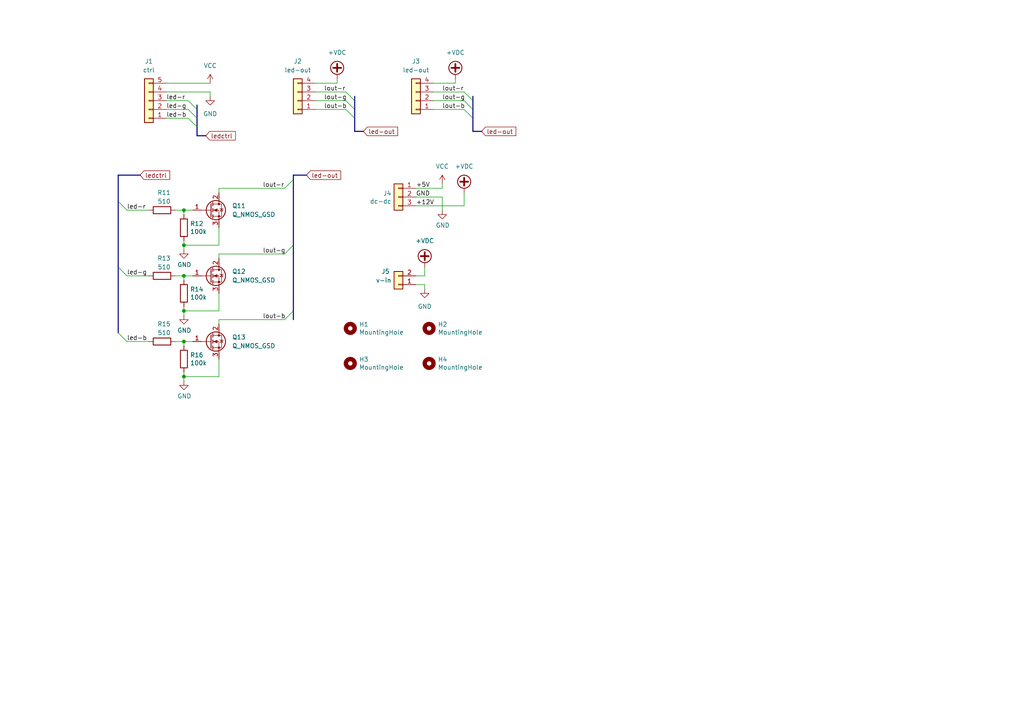
<source format=kicad_sch>
(kicad_sch (version 20230121) (generator eeschema)
  (paper "A4")
  (lib_symbols
    (symbol "Connector_Generic:Conn_01x02" (pin_names (offset 1.016) hide)
      (property "Reference" "J" (at 0 2.54 0))
      (property "Value" "Conn_01x02" (at 0 -5.08 0))
      (symbol "Conn_01x02_1_1"
        (rectangle (start -1.27 -2.413) (end 0 -2.667) (stroke (width 0.1524)))
        (rectangle (start -1.27 0.127) (end 0 -0.127) (stroke (width 0.1524)))
        (rectangle (start -1.27 1.27) (end 1.27 -3.81) (stroke (width 0.254)) (fill (type background)))
        (pin passive line (at -5.08 0 0) (length 3.81) (name "Pin_1") (number "1"))
        (pin passive line (at -5.08 -2.54 0) (length 3.81) (name "Pin_2") (number "2"))
      )
    )
    (symbol "Connector_Generic:Conn_01x03" (pin_names (offset 1.016) hide)
      (property "Reference" "J" (at 0 5.08 0))
      (property "Value" "Conn_01x03" (at 0 -5.08 0))
      (symbol "Conn_01x03_1_1"
        (rectangle (start -1.27 -2.413) (end 0 -2.667) (stroke (width 0.1524)))
        (rectangle (start -1.27 0.127) (end 0 -0.127) (stroke (width 0.1524)))
        (rectangle (start -1.27 2.667) (end 0 2.413) (stroke (width 0.1524)))
        (rectangle (start -1.27 3.81) (end 1.27 -3.81) (stroke (width 0.254)) (fill (type background)))
        (pin passive line (at -5.08 2.54 0) (length 3.81) (name "Pin_1") (number "1"))
        (pin passive line (at -5.08 0 0) (length 3.81) (name "Pin_2") (number "2"))
        (pin passive line (at -5.08 -2.54 0) (length 3.81) (name "Pin_3") (number "3"))
      )
    )
    (symbol "Connector_Generic:Conn_01x04" (pin_names (offset 1.016) hide)
      (property "Reference" "J" (at 0 5.08 0))
      (property "Value" "Conn_01x04" (at 0 -7.62 0))
      (symbol "Conn_01x04_1_1"
        (rectangle (start -1.27 -4.953) (end 0 -5.207) (stroke (width 0.1524)))
        (rectangle (start -1.27 -2.413) (end 0 -2.667) (stroke (width 0.1524)))
        (rectangle (start -1.27 0.127) (end 0 -0.127) (stroke (width 0.1524)))
        (rectangle (start -1.27 2.667) (end 0 2.413) (stroke (width 0.1524)))
        (rectangle (start -1.27 3.81) (end 1.27 -6.35) (stroke (width 0.254)) (fill (type background)))
        (pin passive line (at -5.08 2.54 0) (length 3.81) (name "Pin_1") (number "1"))
        (pin passive line (at -5.08 0 0) (length 3.81) (name "Pin_2") (number "2"))
        (pin passive line (at -5.08 -2.54 0) (length 3.81) (name "Pin_3") (number "3"))
        (pin passive line (at -5.08 -5.08 0) (length 3.81) (name "Pin_4") (number "4"))
      )
    )
    (symbol "Connector_Generic:Conn_01x05" (pin_names (offset 1.016) hide)
      (property "Reference" "J" (at 0 7.62 0))
      (property "Value" "Conn_01x05" (at 0 -7.62 0))
      (symbol "Conn_01x05_1_1"
        (rectangle (start -1.27 -4.953) (end 0 -5.207) (stroke (width 0.1524)))
        (rectangle (start -1.27 -2.413) (end 0 -2.667) (stroke (width 0.1524)))
        (rectangle (start -1.27 0.127) (end 0 -0.127) (stroke (width 0.1524)))
        (rectangle (start -1.27 2.667) (end 0 2.413) (stroke (width 0.1524)))
        (rectangle (start -1.27 5.207) (end 0 4.953) (stroke (width 0.1524)))
        (rectangle (start -1.27 6.35) (end 1.27 -6.35) (stroke (width 0.254)) (fill (type background)))
        (pin passive line (at -5.08 5.08 0) (length 3.81) (name "Pin_1") (number "1"))
        (pin passive line (at -5.08 2.54 0) (length 3.81) (name "Pin_2") (number "2"))
        (pin passive line (at -5.08 0 0) (length 3.81) (name "Pin_3") (number "3"))
        (pin passive line (at -5.08 -2.54 0) (length 3.81) (name "Pin_4") (number "4"))
        (pin passive line (at -5.08 -5.08 0) (length 3.81) (name "Pin_5") (number "5"))
      )
    )
    (symbol "Device:Q_NMOS_GDS" (pin_names (offset 0) hide)
      (property "Reference" "Q" (at 5.08 1.27 0))
      (property "Value" "Q_NMOS_GDS" (at 5.08 -1.27 0))
      (symbol "Q_NMOS_GDS_0_1"
        (polyline (pts (xy 0.254 0) (xy -2.54 0)))
        (polyline (pts (xy 0.254 1.905) (xy 0.254 -1.905)) (stroke (width 0.254)))
        (polyline (pts (xy 0.762 -1.27) (xy 0.762 -2.286)) (stroke (width 0.254)))
        (polyline (pts (xy 0.762 0.508) (xy 0.762 -0.508)) (stroke (width 0.254)))
        (polyline (pts (xy 0.762 2.286) (xy 0.762 1.27)) (stroke (width 0.254)))
        (polyline (pts (xy 2.54 2.54) (xy 2.54 1.778)))
        (polyline (pts (xy 2.54 -2.54) (xy 2.54 0) (xy 0.762 0)))
        (polyline (pts (xy 0.762 -1.778) (xy 3.302 -1.778) (xy 3.302 1.778) (xy 0.762 1.778)))
        (polyline (pts (xy 1.016 0) (xy 2.032 0.381) (xy 2.032 -0.381) (xy 1.016 0)) (fill (type outline)))
        (polyline (pts (xy 2.794 0.508) (xy 2.921 0.381) (xy 3.683 0.381) (xy 3.81 0.254)))
        (polyline (pts (xy 3.302 0.381) (xy 2.921 -0.254) (xy 3.683 -0.254) (xy 3.302 0.381)))
        (circle (center 1.651 0) (radius 2.794) (stroke (width 0.254)))
        (circle (center 2.54 -1.778) (radius 0.254) (fill (type outline)))
        (circle (center 2.54 1.778) (radius 0.254) (fill (type outline)))
      )
      (symbol "Q_NMOS_GDS_1_1"
        (pin input line (at -5.08 0 0) (length 2.54) (name "G") (number "1"))
        (pin passive line (at 2.54 5.08 270) (length 2.54) (name "D") (number "2"))
        (pin passive line (at 2.54 -5.08 90) (length 2.54) (name "S") (number "3"))
      )
    )
    (symbol "Device:R" (pin_numbers hide) (pin_names (offset 0))
      (property "Reference" "R" (at 2.032 0 90))
      (property "Value" "R" (at 0 0 90))
      (symbol "R_0_1"
        (rectangle (start -1.016 -2.54) (end 1.016 2.54) (stroke (width 0.254)))
      )
      (symbol "R_1_1"
        (pin passive line (at 0 3.81 270) (length 1.27) (name "~") (number "1"))
        (pin passive line (at 0 -3.81 90) (length 1.27) (name "~") (number "2"))
      )
    )
    (symbol "Mechanical:MountingHole" (pin_names (offset 1.016))
      (property "Reference" "H" (at 0 5.08 0))
      (property "Value" "MountingHole" (at 0 3.175 0))
      (symbol "MountingHole_0_1"
        (circle (center 0 0) (radius 1.27) (stroke (width 1.27)))
      )
    )
    (symbol "power:+VDC" (power) (pin_names (offset 0))
      (property "Value" "+VDC" (at 0 6.35 0))
      (symbol "+VDC_0_1"
        (polyline (pts (xy -1.143 3.175) (xy 1.143 3.175)) (stroke (width 0.508)))
        (polyline (pts (xy 0 0) (xy 0 1.27)))
        (polyline (pts (xy 0 2.032) (xy 0 4.318)) (stroke (width 0.508)))
        (circle (center 0 3.175) (radius 1.905) (stroke (width 0.254)))
      )
      (symbol "+VDC_1_1"
        (pin power_in line (at 0 0 90) (length 0) hide (name "+VDC") (number "1"))
      )
    )
    (symbol "power:GND" (power) (pin_names (offset 0))
      (property "Value" "GND" (at 0 -3.81 0))
      (symbol "GND_0_1"
        (polyline (pts (xy 0 0) (xy 0 -1.27) (xy 1.27 -1.27) (xy 0 -2.54) (xy -1.27 -1.27) (xy 0 -1.27)))
      )
      (symbol "GND_1_1"
        (pin power_in line (at 0 0 270) (length 0) hide (name "GND") (number "1"))
      )
    )
    (symbol "power:VCC" (power) (pin_names (offset 0))
      (property "Value" "VCC" (at 0 3.81 0))
      (symbol "VCC_0_1"
        (polyline (pts (xy -0.762 1.27) (xy 0 2.54)))
        (polyline (pts (xy 0 0) (xy 0 2.54)))
        (polyline (pts (xy 0 2.54) (xy 0.762 1.27)))
      )
      (symbol "VCC_1_1"
        (pin power_in line (at 0 0 90) (length 0) hide (name "VCC") (number "1"))
      )
    )
  )
  (junction (at 53.34 80.01))
  (junction (at 53.34 90.17))
  (junction (at 53.34 60.96))
  (junction (at 53.34 71.12))
  (junction (at 53.34 99.06))
  (junction (at 53.34 109.22))
  (bus_entry (at 34.29 58.42) (size 2.54 2.54))
  (bus_entry (at 54.61 29.21) (size 2.54 2.54))
  (bus_entry (at 100.33 31.75) (size 2.54 2.54))
  (bus_entry (at 82.55 73.66) (size 2.54 -2.54))
  (bus_entry (at 34.29 77.47) (size 2.54 2.54))
  (bus_entry (at 100.33 29.21) (size 2.54 2.54))
  (bus_entry (at 82.55 92.71) (size 2.54 -2.54))
  (bus_entry (at 134.62 31.75) (size 2.54 2.54))
  (bus_entry (at 134.62 29.21) (size 2.54 2.54))
  (bus_entry (at 34.29 96.52) (size 2.54 2.54))
  (bus_entry (at 134.62 26.67) (size 2.54 2.54))
  (bus_entry (at 82.55 54.61) (size 2.54 -2.54))
  (bus_entry (at 54.61 34.29) (size 2.54 2.54))
  (bus_entry (at 54.61 31.75) (size 2.54 2.54))
  (bus_entry (at 100.33 26.67) (size 2.54 2.54))
  (bus (pts (xy 85.09 92.71) (xy 85.09 90.17)))
  (wire (pts (xy 50.8 60.96) (xy 53.34 60.96)))
  (wire (pts (xy 63.5 54.61) (xy 63.5 55.88)))
  (bus (pts (xy 137.16 27.94) (xy 137.16 29.21)))
  (wire (pts (xy 132.08 24.13) (xy 132.08 22.86)))
  (wire (pts (xy 63.5 92.71) (xy 82.55 92.71)))
  (bus (pts (xy 137.16 38.1) (xy 139.7 38.1)))
  (wire (pts (xy 48.26 34.29) (xy 54.61 34.29)))
  (wire (pts (xy 53.34 69.85) (xy 53.34 71.12)))
  (bus (pts (xy 85.09 50.8) (xy 88.9 50.8)))
  (wire (pts (xy 125.73 29.21) (xy 134.62 29.21)))
  (wire (pts (xy 120.65 82.55) (xy 123.19 82.55)))
  (wire (pts (xy 53.34 107.95) (xy 53.34 109.22)))
  (bus (pts (xy 102.87 38.1) (xy 105.41 38.1)))
  (bus (pts (xy 102.87 29.21) (xy 102.87 31.75)))
  (wire (pts (xy 36.83 80.01) (xy 43.18 80.01)))
  (wire (pts (xy 125.73 31.75) (xy 134.62 31.75)))
  (wire (pts (xy 63.5 92.71) (xy 63.5 93.98)))
  (bus (pts (xy 57.15 36.83) (xy 57.15 39.37)))
  (wire (pts (xy 50.8 80.01) (xy 53.34 80.01)))
  (bus (pts (xy 57.15 31.75) (xy 57.15 34.29)))
  (wire (pts (xy 48.26 31.75) (xy 54.61 31.75)))
  (wire (pts (xy 53.34 60.96) (xy 55.88 60.96)))
  (bus (pts (xy 102.87 31.75) (xy 102.87 34.29)))
  (wire (pts (xy 53.34 88.9) (xy 53.34 90.17)))
  (bus (pts (xy 34.29 58.42) (xy 34.29 77.47)))
  (bus (pts (xy 85.09 52.07) (xy 85.09 50.8)))
  (wire (pts (xy 53.34 80.01) (xy 53.34 81.28)))
  (wire (pts (xy 53.34 109.22) (xy 53.34 110.49)))
  (wire (pts (xy 120.65 80.01) (xy 123.19 80.01)))
  (bus (pts (xy 102.87 27.94) (xy 102.87 29.21)))
  (wire (pts (xy 63.5 104.14) (xy 63.5 109.22)))
  (wire (pts (xy 63.5 73.66) (xy 63.5 74.93)))
  (wire (pts (xy 48.26 26.67) (xy 60.96 26.67)))
  (wire (pts (xy 125.73 26.67) (xy 134.62 26.67)))
  (bus (pts (xy 40.64 50.8) (xy 34.29 50.8)))
  (wire (pts (xy 63.5 85.09) (xy 63.5 90.17)))
  (wire (pts (xy 53.34 71.12) (xy 63.5 71.12)))
  (wire (pts (xy 53.34 109.22) (xy 63.5 109.22)))
  (wire (pts (xy 123.19 80.01) (xy 123.19 77.47)))
  (wire (pts (xy 63.5 73.66) (xy 82.55 73.66)))
  (wire (pts (xy 60.96 26.67) (xy 60.96 27.94)))
  (wire (pts (xy 134.62 59.69) (xy 134.62 55.88)))
  (bus (pts (xy 34.29 77.47) (xy 34.29 96.52)))
  (wire (pts (xy 53.34 90.17) (xy 63.5 90.17)))
  (wire (pts (xy 53.34 99.06) (xy 55.88 99.06)))
  (bus (pts (xy 85.09 90.17) (xy 85.09 71.12)))
  (bus (pts (xy 57.15 30.48) (xy 57.15 31.75)))
  (wire (pts (xy 120.65 59.69) (xy 134.62 59.69)))
  (wire (pts (xy 63.5 54.61) (xy 82.55 54.61)))
  (wire (pts (xy 128.27 54.61) (xy 128.27 53.34)))
  (wire (pts (xy 123.19 82.55) (xy 123.19 83.82)))
  (bus (pts (xy 57.15 34.29) (xy 57.15 36.83)))
  (wire (pts (xy 128.27 57.15) (xy 128.27 60.96)))
  (wire (pts (xy 91.44 31.75) (xy 100.33 31.75)))
  (wire (pts (xy 53.34 71.12) (xy 53.34 72.39)))
  (wire (pts (xy 91.44 29.21) (xy 100.33 29.21)))
  (wire (pts (xy 63.5 66.04) (xy 63.5 71.12)))
  (wire (pts (xy 91.44 24.13) (xy 97.79 24.13)))
  (wire (pts (xy 36.83 60.96) (xy 43.18 60.96)))
  (wire (pts (xy 125.73 24.13) (xy 132.08 24.13)))
  (wire (pts (xy 97.79 24.13) (xy 97.79 22.86)))
  (wire (pts (xy 91.44 26.67) (xy 100.33 26.67)))
  (wire (pts (xy 48.26 24.13) (xy 60.96 24.13)))
  (bus (pts (xy 85.09 71.12) (xy 85.09 52.07)))
  (bus (pts (xy 34.29 50.8) (xy 34.29 58.42)))
  (wire (pts (xy 53.34 80.01) (xy 55.88 80.01)))
  (wire (pts (xy 53.34 99.06) (xy 53.34 100.33)))
  (wire (pts (xy 120.65 54.61) (xy 128.27 54.61)))
  (wire (pts (xy 120.65 57.15) (xy 128.27 57.15)))
  (wire (pts (xy 36.83 99.06) (xy 43.18 99.06)))
  (wire (pts (xy 48.26 29.21) (xy 54.61 29.21)))
  (wire (pts (xy 53.34 60.96) (xy 53.34 62.23)))
  (wire (pts (xy 53.34 90.17) (xy 53.34 91.44)))
  (wire (pts (xy 50.8 99.06) (xy 53.34 99.06)))
  (bus (pts (xy 137.16 29.21) (xy 137.16 31.75)))
  (bus (pts (xy 137.16 34.29) (xy 137.16 38.1)))
  (bus (pts (xy 137.16 31.75) (xy 137.16 34.29)))
  (bus (pts (xy 102.87 34.29) (xy 102.87 38.1)))
  (bus (pts (xy 57.15 39.37) (xy 59.69 39.37)))
  (label "led-b" (at 36.83 99.06 0))
  (label "lout-r" (at 93.98 26.67 0))
  (label "led-b" (at 48.26 34.29 0))
  (label "lout-b" (at 93.98 31.75 0))
  (label "lout-r" (at 76.2 54.61 0))
  (label "+5V" (at 120.65 54.61 0))
  (label "lout-b" (at 128.27 31.75 0))
  (label "GND" (at 120.65 57.15 0))
  (label "lout-b" (at 76.2 92.71 0))
  (label "+12V" (at 120.65 59.69 0))
  (label "lout-g" (at 128.27 29.21 0))
  (label "lout-g" (at 93.98 29.21 0))
  (label "led-r" (at 48.26 29.21 0))
  (label "led-g" (at 48.26 31.75 0))
  (label "lout-r" (at 128.27 26.67 0))
  (label "lout-g" (at 76.2 73.66 0))
  (label "led-g" (at 36.83 80.01 0))
  (label "led-r" (at 36.83 60.96 0))
  (global_label "ledctrl" (shape input) (at 40.64 50.8 0) (property "Intersheetrefs" "${INTERSHEET_REFS}" (effects hide)))
  (global_label "led-out" (shape input) (at 88.9 50.8 0) (property "Intersheetrefs" "${INTERSHEET_REFS}" (effects hide)))
  (global_label "led-out" (shape input) (at 105.41 38.1 0) (property "Intersheetrefs" "${INTERSHEET_REFS}" (effects hide)))
  (global_label "ledctrl" (shape input) (at 59.69 39.37 0) (property "Intersheetrefs" "${INTERSHEET_REFS}" (effects hide)))
  (global_label "led-out" (shape input) (at 139.7 38.1 0) (property "Intersheetrefs" "${INTERSHEET_REFS}" (effects hide)))
  (symbol (lib_id "Mechanical:MountingHole") (at 101.6 95.25 0) (unit 1)
    (property "Reference" "H1" (at 104.14 94.0816 0) (effects (justify left)))
    (property "Value" "MountingHole" (at 104.14 96.393 0) (effects (justify left)))
    (property "Footprint" "MountingHole:MountingHole_3.2mm_M3" (effects hide))
  )
  (symbol (lib_id "Device:R") (at 46.99 99.06 90) (unit 1)
    (property "Reference" "R15" (at 49.53 93.98 90) (effects (justify left)))
    (property "Value" "510" (at 49.53 96.52 90) (effects (justify left)))
    (property "Footprint" "Resistor_SMD:R_0805_2012Metric" (effects hide))
  )
  (symbol (lib_id "power:GND") (at 128.27 60.96 0) (unit 1)
    (property "Reference" "#PWR07" (effects hide))
    (property "Value" "GND" (at 128.397 65.3542 0))
  )
  (symbol (lib_id "Connector_Generic:Conn_01x04") (at 120.65 29.21 180) (unit 1)
    (property "Reference" "J3" (at 120.65 17.78 0))
    (property "Value" "led-out" (at 120.65 20.32 0))
    (property "Footprint" "Connector_JST:JST_XH_S4B-XH-A_1x04_P2.50mm_Horizontal" (effects hide))
  )
  (symbol (lib_id "Mechanical:MountingHole") (at 124.46 105.41 0) (unit 1)
    (property "Reference" "H4" (at 127 104.2416 0) (effects (justify left)))
    (property "Value" "MountingHole" (at 127 106.553 0) (effects (justify left)))
    (property "Footprint" "MountingHole:MountingHole_3.2mm_M3" (effects hide))
  )
  (symbol (lib_id "Device:R") (at 53.34 104.14 0) (unit 1)
    (property "Reference" "R16" (at 55.118 102.9716 0) (effects (justify left)))
    (property "Value" "100k" (at 55.118 105.283 0) (effects (justify left)))
    (property "Footprint" "Resistor_SMD:R_0805_2012Metric" (effects hide))
  )
  (symbol (lib_id "Device:R") (at 53.34 85.09 0) (unit 1)
    (property "Reference" "R14" (at 55.118 83.9216 0) (effects (justify left)))
    (property "Value" "100k" (at 55.118 86.233 0) (effects (justify left)))
    (property "Footprint" "Resistor_SMD:R_0805_2012Metric" (effects hide))
  )
  (symbol (lib_id "power:+VDC") (at 132.08 22.86 0) (unit 1)
    (property "Reference" "#PWR05" (effects hide))
    (property "Value" "+VDC" (at 132.08 15.24 0))
  )
  (symbol (lib_id "Device:R") (at 46.99 80.01 90) (unit 1)
    (property "Reference" "R13" (at 49.53 74.93 90) (effects (justify left)))
    (property "Value" "510" (at 49.53 77.47 90) (effects (justify left)))
    (property "Footprint" "Resistor_SMD:R_0805_2012Metric" (effects hide))
  )
  (symbol (lib_id "Device:R") (at 53.34 66.04 0) (unit 1)
    (property "Reference" "R12" (at 55.118 64.8716 0) (effects (justify left)))
    (property "Value" "100k" (at 55.118 67.183 0) (effects (justify left)))
    (property "Footprint" "Resistor_SMD:R_0805_2012Metric" (effects hide))
  )
  (symbol (lib_id "Mechanical:MountingHole") (at 101.6 105.41 0) (unit 1)
    (property "Reference" "H3" (at 104.14 104.2416 0) (effects (justify left)))
    (property "Value" "MountingHole" (at 104.14 106.553 0) (effects (justify left)))
    (property "Footprint" "MountingHole:MountingHole_3.2mm_M3" (effects hide))
  )
  (symbol (lib_id "Device:Q_NMOS_GDS") (at 60.96 60.96 0) (unit 1)
    (property "Reference" "Q11" (at 67.31 59.69 0) (effects (justify left)))
    (property "Value" "Q_NMOS_GSD" (at 67.31 62.23 0) (effects (justify left)))
    (property "Footprint" "Package_TO_SOT_THT:TO-220-3_Horizontal_TabDown" (effects hide))
  )
  (symbol (lib_id "power:+VDC") (at 123.19 77.47 0) (unit 1)
    (property "Reference" "#PWR012" (effects hide))
    (property "Value" "+VDC" (at 123.19 69.85 0))
  )
  (symbol (lib_id "power:VCC") (at 60.96 24.13 0) (unit 1)
    (property "Reference" "#PWR01" (effects hide))
    (property "Value" "VCC" (at 60.96 19.05 0))
  )
  (symbol (lib_id "power:GND") (at 123.19 83.82 0) (unit 1)
    (property "Reference" "#PWR011" (effects hide))
    (property "Value" "GND" (at 123.19 88.9 0))
  )
  (symbol (lib_id "Mechanical:MountingHole") (at 124.46 95.25 0) (unit 1)
    (property "Reference" "H2" (at 127 94.0816 0) (effects (justify left)))
    (property "Value" "MountingHole" (at 127 96.393 0) (effects (justify left)))
    (property "Footprint" "MountingHole:MountingHole_3.2mm_M3" (effects hide))
  )
  (symbol (lib_id "power:+VDC") (at 97.79 22.86 0) (unit 1)
    (property "Reference" "#PWR03" (effects hide))
    (property "Value" "+VDC" (at 97.79 15.24 0))
  )
  (symbol (lib_id "power:GND") (at 53.34 110.49 0) (unit 1)
    (property "Reference" "#PWR08" (effects hide))
    (property "Value" "GND" (at 53.467 114.8842 0))
  )
  (symbol (lib_id "Connector_Generic:Conn_01x03") (at 115.57 57.15 0) (mirror y) (unit 1)
    (property "Reference" "J4" (at 113.538 56.0832 0) (effects (justify left)))
    (property "Value" "dc-dc" (at 113.538 58.3946 0) (effects (justify left)))
    (property "Footprint" "Connector_PinHeader_2.54mm:PinHeader_1x03_P2.54mm_Vertical" (effects hide))
  )
  (symbol (lib_id "power:GND") (at 60.96 27.94 0) (unit 1)
    (property "Reference" "#PWR02" (effects hide))
    (property "Value" "GND" (at 60.96 33.02 0))
  )
  (symbol (lib_id "power:+VDC") (at 134.62 55.88 0) (unit 1)
    (property "Reference" "#PWR010" (effects hide))
    (property "Value" "+VDC" (at 134.62 48.26 0))
  )
  (symbol (lib_id "Connector_Generic:Conn_01x02") (at 115.57 82.55 180) (unit 1)
    (property "Reference" "J5" (at 113.03 78.74 0) (effects (justify left)))
    (property "Value" "v-in" (at 113.538 81.3054 0) (effects (justify left)))
    (property "Footprint" "Connector_Wire:SolderWire-0.75sqmm_1x02_P4.8mm_D1.25mm_OD2.3mm" (effects hide))
  )
  (symbol (lib_id "power:VCC") (at 128.27 53.34 0) (unit 1)
    (property "Reference" "#PWR09" (effects hide))
    (property "Value" "VCC" (at 128.27 48.26 0))
  )
  (symbol (lib_id "power:GND") (at 53.34 91.44 0) (unit 1)
    (property "Reference" "#PWR06" (effects hide))
    (property "Value" "GND" (at 53.467 95.8342 0))
  )
  (symbol (lib_id "power:GND") (at 53.34 72.39 0) (unit 1)
    (property "Reference" "#PWR04" (effects hide))
    (property "Value" "GND" (at 53.467 76.7842 0))
  )
  (symbol (lib_id "Device:Q_NMOS_GDS") (at 60.96 80.01 0) (unit 1)
    (property "Reference" "Q12" (at 67.31 78.74 0) (effects (justify left)))
    (property "Value" "Q_NMOS_GSD" (at 67.31 81.28 0) (effects (justify left)))
    (property "Footprint" "Package_TO_SOT_THT:TO-220-3_Horizontal_TabDown" (effects hide))
  )
  (symbol (lib_id "Connector_Generic:Conn_01x05") (at 43.18 29.21 180) (unit 1)
    (property "Reference" "J1" (at 43.18 17.78 0))
    (property "Value" "ctrl" (at 43.18 20.32 0))
    (property "Footprint" "Connector_JST:JST_XH_S5B-XH-A_1x05_P2.50mm_Horizontal" (effects hide))
  )
  (symbol (lib_id "Device:R") (at 46.99 60.96 90) (unit 1)
    (property "Reference" "R11" (at 49.53 55.88 90) (effects (justify left)))
    (property "Value" "510" (at 49.53 58.42 90) (effects (justify left)))
    (property "Footprint" "Resistor_SMD:R_0805_2012Metric" (effects hide))
  )
  (symbol (lib_id "Connector_Generic:Conn_01x04") (at 86.36 29.21 180) (unit 1)
    (property "Reference" "J2" (at 86.36 17.78 0))
    (property "Value" "led-out" (at 86.36 20.32 0))
    (property "Footprint" "Connector_JST:JST_XH_S4B-XH-A_1x04_P2.50mm_Horizontal" (effects hide))
  )
  (symbol (lib_id "Device:Q_NMOS_GDS") (at 60.96 99.06 0) (unit 1)
    (property "Reference" "Q13" (at 67.31 97.79 0) (effects (justify left)))
    (property "Value" "Q_NMOS_GSD" (at 67.31 100.33 0) (effects (justify left)))
    (property "Footprint" "Package_TO_SOT_THT:TO-220-3_Horizontal_TabDown" (effects hide))
  )
)
</source>
